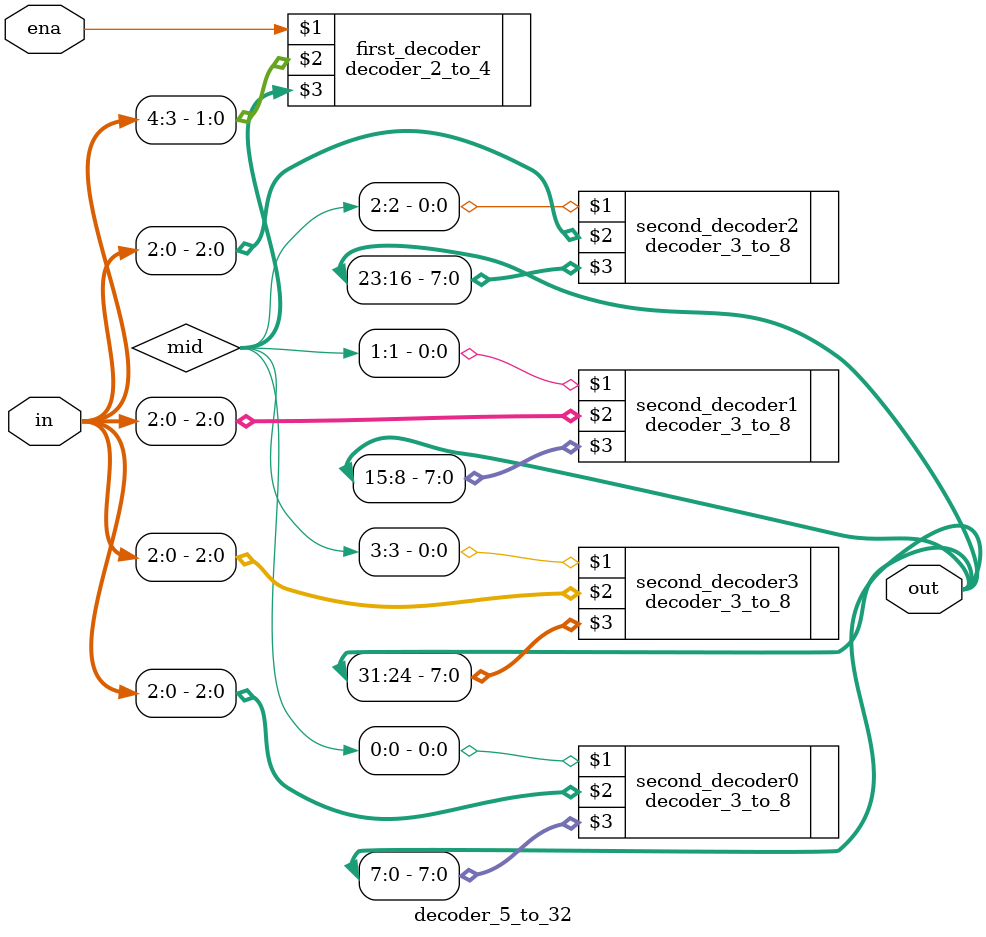
<source format=sv>
`timescale 1ns/1ps
module decoder_5_to_32(ena, in, out);

  input wire ena;
  input wire [4:0] in;
  output logic [31:0] out;

  logic [3:0] mid;

  decoder_2_to_4 first_decoder(ena,in[4:3],mid);
  decoder_3_to_8 second_decoder0(mid[0], in[2:0], out[7:0]);
  decoder_3_to_8 second_decoder1(mid[1], in[2:0], out[15:8]);
  decoder_3_to_8 second_decoder2(mid[2], in[2:0], out[23:16]);
  decoder_3_to_8 second_decoder3(mid[3], in[2:0], out[31:24]);

endmodule
</source>
